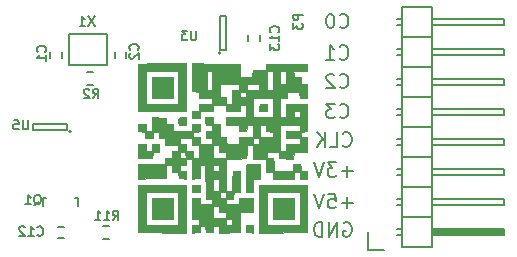
<source format=gbr>
G04 #@! TF.FileFunction,Legend,Bot*
%FSLAX46Y46*%
G04 Gerber Fmt 4.6, Leading zero omitted, Abs format (unit mm)*
G04 Created by KiCad (PCBNEW 4.0.1-stable) date 25/01/2016 20:42:59*
%MOMM*%
G01*
G04 APERTURE LIST*
%ADD10C,0.150000*%
%ADD11C,0.200000*%
%ADD12C,0.010000*%
G04 APERTURE END LIST*
D10*
D11*
X182571999Y-86661571D02*
X182629142Y-86718714D01*
X182800571Y-86775857D01*
X182914857Y-86775857D01*
X183086285Y-86718714D01*
X183200571Y-86604429D01*
X183257714Y-86490143D01*
X183314857Y-86261571D01*
X183314857Y-86090143D01*
X183257714Y-85861571D01*
X183200571Y-85747286D01*
X183086285Y-85633000D01*
X182914857Y-85575857D01*
X182800571Y-85575857D01*
X182629142Y-85633000D01*
X182571999Y-85690143D01*
X181829142Y-85575857D02*
X181714857Y-85575857D01*
X181600571Y-85633000D01*
X181543428Y-85690143D01*
X181486285Y-85804429D01*
X181429142Y-86033000D01*
X181429142Y-86318714D01*
X181486285Y-86547286D01*
X181543428Y-86661571D01*
X181600571Y-86718714D01*
X181714857Y-86775857D01*
X181829142Y-86775857D01*
X181943428Y-86718714D01*
X182000571Y-86661571D01*
X182057714Y-86547286D01*
X182114857Y-86318714D01*
X182114857Y-86033000D01*
X182057714Y-85804429D01*
X182000571Y-85690143D01*
X181943428Y-85633000D01*
X181829142Y-85575857D01*
X182571999Y-89328571D02*
X182629142Y-89385714D01*
X182800571Y-89442857D01*
X182914857Y-89442857D01*
X183086285Y-89385714D01*
X183200571Y-89271429D01*
X183257714Y-89157143D01*
X183314857Y-88928571D01*
X183314857Y-88757143D01*
X183257714Y-88528571D01*
X183200571Y-88414286D01*
X183086285Y-88300000D01*
X182914857Y-88242857D01*
X182800571Y-88242857D01*
X182629142Y-88300000D01*
X182571999Y-88357143D01*
X181429142Y-89442857D02*
X182114857Y-89442857D01*
X181771999Y-89442857D02*
X181771999Y-88242857D01*
X181886285Y-88414286D01*
X182000571Y-88528571D01*
X182114857Y-88585714D01*
X182571999Y-91741571D02*
X182629142Y-91798714D01*
X182800571Y-91855857D01*
X182914857Y-91855857D01*
X183086285Y-91798714D01*
X183200571Y-91684429D01*
X183257714Y-91570143D01*
X183314857Y-91341571D01*
X183314857Y-91170143D01*
X183257714Y-90941571D01*
X183200571Y-90827286D01*
X183086285Y-90713000D01*
X182914857Y-90655857D01*
X182800571Y-90655857D01*
X182629142Y-90713000D01*
X182571999Y-90770143D01*
X182114857Y-90770143D02*
X182057714Y-90713000D01*
X181943428Y-90655857D01*
X181657714Y-90655857D01*
X181543428Y-90713000D01*
X181486285Y-90770143D01*
X181429142Y-90884429D01*
X181429142Y-90998714D01*
X181486285Y-91170143D01*
X182171999Y-91855857D01*
X181429142Y-91855857D01*
X182571999Y-94281571D02*
X182629142Y-94338714D01*
X182800571Y-94395857D01*
X182914857Y-94395857D01*
X183086285Y-94338714D01*
X183200571Y-94224429D01*
X183257714Y-94110143D01*
X183314857Y-93881571D01*
X183314857Y-93710143D01*
X183257714Y-93481571D01*
X183200571Y-93367286D01*
X183086285Y-93253000D01*
X182914857Y-93195857D01*
X182800571Y-93195857D01*
X182629142Y-93253000D01*
X182571999Y-93310143D01*
X182171999Y-93195857D02*
X181429142Y-93195857D01*
X181829142Y-93653000D01*
X181657714Y-93653000D01*
X181543428Y-93710143D01*
X181486285Y-93767286D01*
X181429142Y-93881571D01*
X181429142Y-94167286D01*
X181486285Y-94281571D01*
X181543428Y-94338714D01*
X181657714Y-94395857D01*
X182000571Y-94395857D01*
X182114857Y-94338714D01*
X182171999Y-94281571D01*
X182832285Y-96694571D02*
X182889428Y-96751714D01*
X183060857Y-96808857D01*
X183175143Y-96808857D01*
X183346571Y-96751714D01*
X183460857Y-96637429D01*
X183518000Y-96523143D01*
X183575143Y-96294571D01*
X183575143Y-96123143D01*
X183518000Y-95894571D01*
X183460857Y-95780286D01*
X183346571Y-95666000D01*
X183175143Y-95608857D01*
X183060857Y-95608857D01*
X182889428Y-95666000D01*
X182832285Y-95723143D01*
X181746571Y-96808857D02*
X182318000Y-96808857D01*
X182318000Y-95608857D01*
X181346571Y-96808857D02*
X181346571Y-95608857D01*
X180660856Y-96808857D02*
X181175142Y-96123143D01*
X180660856Y-95608857D02*
X181346571Y-96294571D01*
X183660857Y-98891714D02*
X182746571Y-98891714D01*
X183203714Y-99348857D02*
X183203714Y-98434571D01*
X182289428Y-98148857D02*
X181546571Y-98148857D01*
X181946571Y-98606000D01*
X181775143Y-98606000D01*
X181660857Y-98663143D01*
X181603714Y-98720286D01*
X181546571Y-98834571D01*
X181546571Y-99120286D01*
X181603714Y-99234571D01*
X181660857Y-99291714D01*
X181775143Y-99348857D01*
X182118000Y-99348857D01*
X182232286Y-99291714D01*
X182289428Y-99234571D01*
X181203714Y-98148857D02*
X180803714Y-99348857D01*
X180403714Y-98148857D01*
X183660857Y-101558714D02*
X182746571Y-101558714D01*
X183203714Y-102015857D02*
X183203714Y-101101571D01*
X181603714Y-100815857D02*
X182175143Y-100815857D01*
X182232286Y-101387286D01*
X182175143Y-101330143D01*
X182060857Y-101273000D01*
X181775143Y-101273000D01*
X181660857Y-101330143D01*
X181603714Y-101387286D01*
X181546571Y-101501571D01*
X181546571Y-101787286D01*
X181603714Y-101901571D01*
X181660857Y-101958714D01*
X181775143Y-102015857D01*
X182060857Y-102015857D01*
X182175143Y-101958714D01*
X182232286Y-101901571D01*
X181203714Y-100815857D02*
X180803714Y-102015857D01*
X180403714Y-100815857D01*
X182905285Y-103286000D02*
X183019571Y-103228857D01*
X183191000Y-103228857D01*
X183362428Y-103286000D01*
X183476714Y-103400286D01*
X183533857Y-103514571D01*
X183591000Y-103743143D01*
X183591000Y-103914571D01*
X183533857Y-104143143D01*
X183476714Y-104257429D01*
X183362428Y-104371714D01*
X183191000Y-104428857D01*
X183076714Y-104428857D01*
X182905285Y-104371714D01*
X182848142Y-104314571D01*
X182848142Y-103914571D01*
X183076714Y-103914571D01*
X182333857Y-104428857D02*
X182333857Y-103228857D01*
X181648142Y-104428857D01*
X181648142Y-103228857D01*
X181076714Y-104428857D02*
X181076714Y-103228857D01*
X180790999Y-103228857D01*
X180619571Y-103286000D01*
X180505285Y-103400286D01*
X180448142Y-103514571D01*
X180390999Y-103743143D01*
X180390999Y-103914571D01*
X180448142Y-104143143D01*
X180505285Y-104257429D01*
X180619571Y-104371714D01*
X180790999Y-104428857D01*
X181076714Y-104428857D01*
D10*
X159034500Y-88777000D02*
X159034500Y-89277000D01*
X158084500Y-89277000D02*
X158084500Y-88777000D01*
X164495500Y-88777000D02*
X164495500Y-89277000D01*
X163545500Y-89277000D02*
X163545500Y-88777000D01*
X158690500Y-103601500D02*
X159190500Y-103601500D01*
X159190500Y-104551500D02*
X158690500Y-104551500D01*
X157641340Y-101140260D02*
X157689600Y-101140260D01*
X160440320Y-101841300D02*
X160440320Y-101140260D01*
X160440320Y-101140260D02*
X160191400Y-101140260D01*
X157641340Y-101140260D02*
X157440680Y-101140260D01*
X157440680Y-101140260D02*
X157440680Y-101841300D01*
X161667000Y-91584000D02*
X161167000Y-91584000D01*
X161167000Y-90534000D02*
X161667000Y-90534000D01*
X163000500Y-104601500D02*
X162500500Y-104601500D01*
X162500500Y-103551500D02*
X163000500Y-103551500D01*
X175785800Y-87354600D02*
X175785800Y-87854600D01*
X174835800Y-87854600D02*
X174835800Y-87354600D01*
X185009000Y-105563000D02*
X185009000Y-104013000D01*
X186309000Y-105563000D02*
X185009000Y-105563000D01*
X190500000Y-104140000D02*
X196342000Y-104140000D01*
X196342000Y-104140000D02*
X196342000Y-103886000D01*
X196342000Y-103886000D02*
X190500000Y-103886000D01*
X190500000Y-103886000D02*
X190500000Y-104013000D01*
X190500000Y-104013000D02*
X196342000Y-104013000D01*
X187833000Y-86487000D02*
X187452000Y-86487000D01*
X187833000Y-85979000D02*
X187452000Y-85979000D01*
X187833000Y-104267000D02*
X187452000Y-104267000D01*
X187833000Y-103759000D02*
X187452000Y-103759000D01*
X187833000Y-101727000D02*
X187452000Y-101727000D01*
X187833000Y-101219000D02*
X187452000Y-101219000D01*
X187833000Y-99187000D02*
X187452000Y-99187000D01*
X187833000Y-98679000D02*
X187452000Y-98679000D01*
X187833000Y-88519000D02*
X187452000Y-88519000D01*
X187833000Y-89027000D02*
X187452000Y-89027000D01*
X187833000Y-91059000D02*
X187452000Y-91059000D01*
X187833000Y-91567000D02*
X187452000Y-91567000D01*
X187833000Y-93599000D02*
X187452000Y-93599000D01*
X187833000Y-94107000D02*
X187452000Y-94107000D01*
X187833000Y-96139000D02*
X187452000Y-96139000D01*
X187833000Y-96647000D02*
X187452000Y-96647000D01*
X187833000Y-90043000D02*
X190373000Y-90043000D01*
X187833000Y-90043000D02*
X187833000Y-87503000D01*
X187833000Y-87503000D02*
X190373000Y-87503000D01*
X190373000Y-89027000D02*
X196469000Y-89027000D01*
X196469000Y-89027000D02*
X196469000Y-88519000D01*
X196469000Y-88519000D02*
X190373000Y-88519000D01*
X190373000Y-87503000D02*
X190373000Y-90043000D01*
X190373000Y-84963000D02*
X190373000Y-87503000D01*
X196469000Y-85979000D02*
X190373000Y-85979000D01*
X196469000Y-86487000D02*
X196469000Y-85979000D01*
X190373000Y-86487000D02*
X196469000Y-86487000D01*
X187833000Y-87503000D02*
X187833000Y-84963000D01*
X187833000Y-87503000D02*
X190373000Y-87503000D01*
X187833000Y-84963000D02*
X190373000Y-84963000D01*
X187833000Y-105283000D02*
X190373000Y-105283000D01*
X187833000Y-102743000D02*
X190373000Y-102743000D01*
X187833000Y-102743000D02*
X187833000Y-100203000D01*
X187833000Y-100203000D02*
X190373000Y-100203000D01*
X190373000Y-101727000D02*
X196469000Y-101727000D01*
X196469000Y-101727000D02*
X196469000Y-101219000D01*
X196469000Y-101219000D02*
X190373000Y-101219000D01*
X190373000Y-100203000D02*
X190373000Y-102743000D01*
X190373000Y-102743000D02*
X190373000Y-105283000D01*
X196469000Y-103759000D02*
X190373000Y-103759000D01*
X196469000Y-104267000D02*
X196469000Y-103759000D01*
X190373000Y-104267000D02*
X196469000Y-104267000D01*
X187833000Y-102743000D02*
X190373000Y-102743000D01*
X187833000Y-105283000D02*
X187833000Y-102743000D01*
X187833000Y-95123000D02*
X190373000Y-95123000D01*
X187833000Y-95123000D02*
X187833000Y-92583000D01*
X187833000Y-92583000D02*
X190373000Y-92583000D01*
X190373000Y-94107000D02*
X196469000Y-94107000D01*
X196469000Y-94107000D02*
X196469000Y-93599000D01*
X196469000Y-93599000D02*
X190373000Y-93599000D01*
X190373000Y-92583000D02*
X190373000Y-95123000D01*
X190373000Y-90043000D02*
X190373000Y-92583000D01*
X196469000Y-91059000D02*
X190373000Y-91059000D01*
X196469000Y-91567000D02*
X196469000Y-91059000D01*
X190373000Y-91567000D02*
X196469000Y-91567000D01*
X187833000Y-90043000D02*
X190373000Y-90043000D01*
X187833000Y-92583000D02*
X187833000Y-90043000D01*
X187833000Y-92583000D02*
X190373000Y-92583000D01*
X187833000Y-97663000D02*
X190373000Y-97663000D01*
X187833000Y-97663000D02*
X187833000Y-95123000D01*
X187833000Y-95123000D02*
X190373000Y-95123000D01*
X190373000Y-96647000D02*
X196469000Y-96647000D01*
X196469000Y-96647000D02*
X196469000Y-96139000D01*
X196469000Y-96139000D02*
X190373000Y-96139000D01*
X190373000Y-95123000D02*
X190373000Y-97663000D01*
X190373000Y-97663000D02*
X190373000Y-100203000D01*
X196469000Y-98679000D02*
X190373000Y-98679000D01*
X196469000Y-99187000D02*
X196469000Y-98679000D01*
X190373000Y-99187000D02*
X196469000Y-99187000D01*
X187833000Y-97663000D02*
X190373000Y-97663000D01*
X187833000Y-100203000D02*
X187833000Y-97663000D01*
X187833000Y-100203000D02*
X190373000Y-100203000D01*
X172520000Y-88885500D02*
G75*
G03X172520000Y-88885500I-100000J0D01*
G01*
X172970000Y-88635500D02*
X172470000Y-88635500D01*
X172970000Y-85735500D02*
X172970000Y-88635500D01*
X172470000Y-85735500D02*
X172970000Y-85735500D01*
X172470000Y-88635500D02*
X172470000Y-85735500D01*
X159851500Y-95523000D02*
G75*
G03X159851500Y-95523000I-100000J0D01*
G01*
X159501500Y-94873000D02*
X159501500Y-95373000D01*
X156601500Y-94873000D02*
X159501500Y-94873000D01*
X156601500Y-95373000D02*
X156601500Y-94873000D01*
X159501500Y-95373000D02*
X156601500Y-95373000D01*
X159690000Y-89882500D02*
X162890000Y-89882500D01*
X162890000Y-89882500D02*
X162890000Y-87282500D01*
X162890000Y-87282500D02*
X159690000Y-87282500D01*
X159690000Y-87282500D02*
X159690000Y-89882500D01*
D12*
G36*
X169570400Y-89763600D02*
X167572266Y-89763600D01*
X167131289Y-89764434D01*
X166722336Y-89766811D01*
X166356500Y-89770547D01*
X166044869Y-89775457D01*
X165798536Y-89781356D01*
X165628590Y-89788060D01*
X165546121Y-89795383D01*
X165540266Y-89797467D01*
X165532806Y-89854101D01*
X165525915Y-90001244D01*
X165519778Y-90227805D01*
X165514579Y-90522693D01*
X165510504Y-90874819D01*
X165507737Y-91273090D01*
X165506463Y-91706418D01*
X165506400Y-91829467D01*
X165506400Y-93167200D01*
X166166800Y-93167200D01*
X166166800Y-90424000D01*
X168910000Y-90424000D01*
X168910000Y-93167200D01*
X166166800Y-93167200D01*
X165506400Y-93167200D01*
X165506400Y-93827600D01*
X169570400Y-93827600D01*
X169570400Y-89763600D01*
X169570400Y-89763600D01*
G37*
X169570400Y-89763600D02*
X167572266Y-89763600D01*
X167131289Y-89764434D01*
X166722336Y-89766811D01*
X166356500Y-89770547D01*
X166044869Y-89775457D01*
X165798536Y-89781356D01*
X165628590Y-89788060D01*
X165546121Y-89795383D01*
X165540266Y-89797467D01*
X165532806Y-89854101D01*
X165525915Y-90001244D01*
X165519778Y-90227805D01*
X165514579Y-90522693D01*
X165510504Y-90874819D01*
X165507737Y-91273090D01*
X165506463Y-91706418D01*
X165506400Y-91829467D01*
X165506400Y-93167200D01*
X166166800Y-93167200D01*
X166166800Y-90424000D01*
X168910000Y-90424000D01*
X168910000Y-93167200D01*
X166166800Y-93167200D01*
X165506400Y-93167200D01*
X165506400Y-93827600D01*
X169570400Y-93827600D01*
X169570400Y-89763600D01*
G36*
X170395900Y-104078925D02*
X170713400Y-104063800D01*
X170728754Y-103797100D01*
X170744109Y-103530400D01*
X171190690Y-103530400D01*
X171221400Y-104063800D01*
X171831000Y-104063800D01*
X171846354Y-103797100D01*
X171861709Y-103530400D01*
X172364400Y-103530400D01*
X172364400Y-104091600D01*
X174117000Y-104063800D01*
X174144856Y-102362000D01*
X175260000Y-102362000D01*
X175260000Y-101139576D01*
X174066200Y-101168200D01*
X174035490Y-101701600D01*
X172974000Y-101701600D01*
X172974000Y-101249471D01*
X173266100Y-101234236D01*
X173558200Y-101219000D01*
X173573465Y-100954866D01*
X173588731Y-100690732D01*
X173852865Y-100675466D01*
X174117000Y-100660200D01*
X174117000Y-98882200D01*
X173507400Y-98882200D01*
X173493471Y-99733100D01*
X173479543Y-100584000D01*
X172974000Y-100584000D01*
X172974000Y-97843257D01*
X173824900Y-97829329D01*
X174675800Y-97815400D01*
X174690163Y-97243900D01*
X174704527Y-96672400D01*
X175209200Y-96672400D01*
X175209200Y-97180400D01*
X177546000Y-97180400D01*
X177546000Y-94996000D01*
X179171600Y-94996000D01*
X179171600Y-95453200D01*
X178054000Y-95453200D01*
X178054000Y-96113600D01*
X179171600Y-96113600D01*
X179171600Y-96621600D01*
X178054000Y-96621600D01*
X178054000Y-97180400D01*
X177546000Y-97180400D01*
X175209200Y-97180400D01*
X175209200Y-97840800D01*
X176326800Y-97840800D01*
X176326800Y-98958400D01*
X176885600Y-98958400D01*
X176885600Y-99517200D01*
X178663600Y-99517200D01*
X178663600Y-98958400D01*
X179171600Y-98958400D01*
X179171600Y-99517200D01*
X179504224Y-99517201D01*
X179836848Y-99517201D01*
X179821724Y-99199701D01*
X179806600Y-98882200D01*
X179542465Y-98866935D01*
X179278331Y-98851669D01*
X179263065Y-98587535D01*
X179247800Y-98323400D01*
X178612800Y-98293152D01*
X178612800Y-98856800D01*
X176990637Y-98856800D01*
X176976218Y-98310700D01*
X176961800Y-97764600D01*
X176695100Y-97749246D01*
X176428400Y-97733891D01*
X176428400Y-97231200D01*
X177439329Y-97231200D01*
X177454564Y-97523300D01*
X177469800Y-97815400D01*
X178658434Y-97843980D01*
X178689000Y-97256600D01*
X179262097Y-97242222D01*
X179835195Y-97227843D01*
X179820897Y-96632622D01*
X179806600Y-96037400D01*
X179539900Y-96022046D01*
X179273200Y-96006691D01*
X179273200Y-95560110D01*
X179806600Y-95529400D01*
X179806600Y-93192600D01*
X178930300Y-93178701D01*
X178054000Y-93164801D01*
X178054000Y-94335600D01*
X178663600Y-94335600D01*
X178663600Y-93827600D01*
X179171600Y-93827600D01*
X179171600Y-94335600D01*
X178663600Y-94335600D01*
X178054000Y-94335600D01*
X177546000Y-94335600D01*
X177546000Y-92710000D01*
X178104800Y-92710000D01*
X178104800Y-92151200D01*
X179166290Y-92151200D01*
X179197000Y-92684600D01*
X179806600Y-92684600D01*
X179835224Y-91490800D01*
X179273200Y-91490800D01*
X179273200Y-90937071D01*
X178981100Y-90921836D01*
X178689000Y-90906600D01*
X178673585Y-90666990D01*
X178658171Y-90427379D01*
X179232385Y-90412990D01*
X179806600Y-90398600D01*
X179806600Y-89789000D01*
X176352200Y-89789000D01*
X176321490Y-90322400D01*
X175214270Y-90322400D01*
X175183800Y-90906600D01*
X174145760Y-90935518D01*
X174117000Y-89789000D01*
X172096762Y-89775717D01*
X170076524Y-89762433D01*
X170090162Y-90944117D01*
X170102920Y-92049600D01*
X171297600Y-92049600D01*
X171297600Y-90424000D01*
X171754800Y-90424000D01*
X171754800Y-92049600D01*
X171297600Y-92049600D01*
X170102920Y-92049600D01*
X170103800Y-92125800D01*
X170632068Y-92156332D01*
X170658195Y-92608400D01*
X172415200Y-92608400D01*
X172415200Y-91541600D01*
X174040800Y-91541600D01*
X174040800Y-92049600D01*
X174701200Y-92049600D01*
X174701200Y-91541600D01*
X175768000Y-91541600D01*
X175768000Y-92049600D01*
X176428400Y-92049600D01*
X176428400Y-90424000D01*
X176885600Y-90424000D01*
X176885600Y-91490800D01*
X177546000Y-91490800D01*
X177546000Y-90424000D01*
X178054000Y-90424000D01*
X178054000Y-91490800D01*
X177546000Y-91490800D01*
X176885600Y-91490800D01*
X176885600Y-92049600D01*
X176428400Y-92049600D01*
X175768000Y-92049600D01*
X174701200Y-92049600D01*
X174040800Y-92049600D01*
X173482000Y-92049600D01*
X173482000Y-92608400D01*
X174142400Y-92608400D01*
X174142400Y-92151200D01*
X174599600Y-92151200D01*
X174599600Y-92608400D01*
X174142400Y-92608400D01*
X173482000Y-92608400D01*
X173482000Y-93167200D01*
X172974000Y-93167200D01*
X172974000Y-92608400D01*
X172415200Y-92608400D01*
X170658195Y-92608400D01*
X170662600Y-92684600D01*
X171754800Y-92713438D01*
X171754800Y-93163763D01*
X171208700Y-93178182D01*
X170662600Y-93192600D01*
X170647364Y-93484700D01*
X170632129Y-93776800D01*
X170078400Y-93776800D01*
X170078400Y-94386400D01*
X170738800Y-94386400D01*
X170738800Y-93827600D01*
X171856400Y-93827600D01*
X171856400Y-93268800D01*
X172923200Y-93268800D01*
X172923200Y-93827600D01*
X174142400Y-93827600D01*
X174142400Y-93268800D01*
X174599600Y-93268800D01*
X174599600Y-94335600D01*
X175260000Y-94335600D01*
X175260000Y-92710000D01*
X176885600Y-92710000D01*
X176885600Y-94335600D01*
X175260000Y-94335600D01*
X174599600Y-94335600D01*
X172918351Y-94335600D01*
X172933475Y-94653100D01*
X172948600Y-94970600D01*
X173492103Y-94984993D01*
X174035607Y-94999385D01*
X174050903Y-95264393D01*
X174066200Y-95529400D01*
X174675800Y-95529400D01*
X174691154Y-95262700D01*
X174706509Y-94996000D01*
X175209200Y-94996000D01*
X175209200Y-96008673D01*
X175076829Y-96012000D01*
X175818800Y-96012000D01*
X175818800Y-94996000D01*
X176321490Y-94996000D01*
X176352200Y-95529400D01*
X176885600Y-95560110D01*
X176885600Y-96012000D01*
X175818800Y-96012000D01*
X175076829Y-96012000D01*
X174637700Y-96023037D01*
X174066200Y-96037400D01*
X174050912Y-96331249D01*
X174035807Y-96621600D01*
X175260000Y-96621600D01*
X175260000Y-96113600D01*
X175768000Y-96113600D01*
X175768000Y-96621600D01*
X175260000Y-96621600D01*
X174035807Y-96621600D01*
X174035625Y-96625098D01*
X173517512Y-96610649D01*
X172999400Y-96596200D01*
X172984164Y-96304100D01*
X172968929Y-96012000D01*
X172415200Y-96012000D01*
X172415200Y-94894400D01*
X171856400Y-94894400D01*
X171856400Y-94335600D01*
X171191151Y-94335600D01*
X171206275Y-94653100D01*
X171221400Y-94970600D01*
X171754800Y-95001310D01*
X171754800Y-95447891D01*
X171488100Y-95463246D01*
X171221400Y-95478600D01*
X171221400Y-96088200D01*
X171754800Y-96118910D01*
X171754800Y-96621600D01*
X171249335Y-96621600D01*
X170743870Y-96621601D01*
X170728635Y-96329500D01*
X170713400Y-96037400D01*
X170129200Y-96006930D01*
X170129200Y-95559871D01*
X170421300Y-95544636D01*
X170713400Y-95529400D01*
X170713400Y-94919800D01*
X170078400Y-94889552D01*
X170078400Y-95453200D01*
X168458109Y-95453200D01*
X168442754Y-95186500D01*
X168427400Y-94919800D01*
X168163265Y-94904535D01*
X167899131Y-94889269D01*
X167883865Y-94625135D01*
X167868600Y-94361000D01*
X166674800Y-94332376D01*
X166674800Y-95453200D01*
X166166800Y-95453200D01*
X166166799Y-95171376D01*
X166166799Y-94889552D01*
X165849299Y-94904676D01*
X165531800Y-94919800D01*
X165531800Y-95529400D01*
X166060068Y-95559932D01*
X166090600Y-96088200D01*
X166408099Y-96103325D01*
X166725599Y-96118449D01*
X166725599Y-95836625D01*
X166725600Y-95554800D01*
X167233600Y-95554800D01*
X167233600Y-96113600D01*
X167792400Y-96113600D01*
X167792400Y-96621600D01*
X169011600Y-96621600D01*
X169011600Y-96113600D01*
X170078400Y-96113600D01*
X170078400Y-96672400D01*
X170637200Y-96672400D01*
X170637200Y-97739200D01*
X171856400Y-97739200D01*
X171856400Y-96672400D01*
X172364400Y-96672400D01*
X172364400Y-97231200D01*
X172923200Y-97231200D01*
X172923200Y-97739200D01*
X171856400Y-97739200D01*
X170637200Y-97739200D01*
X170129200Y-97739200D01*
X170129200Y-97180400D01*
X169570400Y-97180400D01*
X169570400Y-96621600D01*
X169011600Y-96621600D01*
X167792400Y-96621600D01*
X167792400Y-96672400D01*
X168910000Y-96672400D01*
X168910000Y-97180400D01*
X168351200Y-97180400D01*
X168351200Y-97739200D01*
X169011600Y-97739200D01*
X169011600Y-97225634D01*
X169494200Y-97256600D01*
X169525166Y-97739200D01*
X169011600Y-97739200D01*
X168351200Y-97739200D01*
X167792400Y-97739200D01*
X167792400Y-98017629D01*
X167792399Y-98296057D01*
X166662099Y-98309729D01*
X165531800Y-98323400D01*
X165517479Y-98921241D01*
X165503159Y-99519081D01*
X166685879Y-99505441D01*
X167868600Y-99491800D01*
X167883018Y-98945700D01*
X167897437Y-98399600D01*
X168345890Y-98399600D01*
X168376600Y-98933000D01*
X168904868Y-98963532D01*
X168935400Y-99491800D01*
X169255388Y-99506989D01*
X169575377Y-99522178D01*
X169560188Y-99202189D01*
X169545000Y-98882200D01*
X169278300Y-98866846D01*
X169011600Y-98851491D01*
X169011600Y-98399600D01*
X169570400Y-98399600D01*
X169570400Y-97840800D01*
X170078400Y-97840800D01*
X170078400Y-99522049D01*
X170395900Y-99506925D01*
X170713400Y-99491800D01*
X170727818Y-98945700D01*
X170742237Y-98399600D01*
X171194392Y-98399600D01*
X171198771Y-98856800D01*
X171856400Y-98856800D01*
X171856400Y-98399600D01*
X172364400Y-98399600D01*
X172364400Y-98856800D01*
X171856400Y-98856800D01*
X171198771Y-98856800D01*
X171215316Y-100584000D01*
X171856400Y-100584000D01*
X171856400Y-99517200D01*
X172364400Y-99517200D01*
X172364400Y-100584000D01*
X171856400Y-100584000D01*
X171215316Y-100584000D01*
X171220669Y-101142800D01*
X172415200Y-101142800D01*
X172415200Y-100685600D01*
X172923200Y-100685600D01*
X172923200Y-101142800D01*
X172415200Y-101142800D01*
X171220669Y-101142800D01*
X171221400Y-101219000D01*
X171754800Y-101249710D01*
X171754800Y-101701600D01*
X170744109Y-101701600D01*
X170728754Y-101434900D01*
X170713400Y-101168200D01*
X170078400Y-101137952D01*
X170078400Y-102870000D01*
X171856400Y-102870000D01*
X171856400Y-101803200D01*
X172364400Y-101803200D01*
X172364400Y-102362000D01*
X172923200Y-102362000D01*
X172923200Y-102870000D01*
X171856400Y-102870000D01*
X170078400Y-102870000D01*
X170078400Y-102920800D01*
X170637200Y-102920800D01*
X170637200Y-103428800D01*
X172974000Y-103428800D01*
X172974000Y-103208667D01*
X172981205Y-103066115D01*
X172999293Y-102970431D01*
X173007866Y-102954667D01*
X173075523Y-102933845D01*
X173205035Y-102921907D01*
X173261866Y-102920800D01*
X173482000Y-102920800D01*
X173482000Y-103428800D01*
X172974000Y-103428800D01*
X170637200Y-103428800D01*
X170078400Y-103428800D01*
X170078400Y-104094049D01*
X170395900Y-104078925D01*
X170395900Y-104078925D01*
G37*
X170395900Y-104078925D02*
X170713400Y-104063800D01*
X170728754Y-103797100D01*
X170744109Y-103530400D01*
X171190690Y-103530400D01*
X171221400Y-104063800D01*
X171831000Y-104063800D01*
X171846354Y-103797100D01*
X171861709Y-103530400D01*
X172364400Y-103530400D01*
X172364400Y-104091600D01*
X174117000Y-104063800D01*
X174144856Y-102362000D01*
X175260000Y-102362000D01*
X175260000Y-101139576D01*
X174066200Y-101168200D01*
X174035490Y-101701600D01*
X172974000Y-101701600D01*
X172974000Y-101249471D01*
X173266100Y-101234236D01*
X173558200Y-101219000D01*
X173573465Y-100954866D01*
X173588731Y-100690732D01*
X173852865Y-100675466D01*
X174117000Y-100660200D01*
X174117000Y-98882200D01*
X173507400Y-98882200D01*
X173493471Y-99733100D01*
X173479543Y-100584000D01*
X172974000Y-100584000D01*
X172974000Y-97843257D01*
X173824900Y-97829329D01*
X174675800Y-97815400D01*
X174690163Y-97243900D01*
X174704527Y-96672400D01*
X175209200Y-96672400D01*
X175209200Y-97180400D01*
X177546000Y-97180400D01*
X177546000Y-94996000D01*
X179171600Y-94996000D01*
X179171600Y-95453200D01*
X178054000Y-95453200D01*
X178054000Y-96113600D01*
X179171600Y-96113600D01*
X179171600Y-96621600D01*
X178054000Y-96621600D01*
X178054000Y-97180400D01*
X177546000Y-97180400D01*
X175209200Y-97180400D01*
X175209200Y-97840800D01*
X176326800Y-97840800D01*
X176326800Y-98958400D01*
X176885600Y-98958400D01*
X176885600Y-99517200D01*
X178663600Y-99517200D01*
X178663600Y-98958400D01*
X179171600Y-98958400D01*
X179171600Y-99517200D01*
X179504224Y-99517201D01*
X179836848Y-99517201D01*
X179821724Y-99199701D01*
X179806600Y-98882200D01*
X179542465Y-98866935D01*
X179278331Y-98851669D01*
X179263065Y-98587535D01*
X179247800Y-98323400D01*
X178612800Y-98293152D01*
X178612800Y-98856800D01*
X176990637Y-98856800D01*
X176976218Y-98310700D01*
X176961800Y-97764600D01*
X176695100Y-97749246D01*
X176428400Y-97733891D01*
X176428400Y-97231200D01*
X177439329Y-97231200D01*
X177454564Y-97523300D01*
X177469800Y-97815400D01*
X178658434Y-97843980D01*
X178689000Y-97256600D01*
X179262097Y-97242222D01*
X179835195Y-97227843D01*
X179820897Y-96632622D01*
X179806600Y-96037400D01*
X179539900Y-96022046D01*
X179273200Y-96006691D01*
X179273200Y-95560110D01*
X179806600Y-95529400D01*
X179806600Y-93192600D01*
X178930300Y-93178701D01*
X178054000Y-93164801D01*
X178054000Y-94335600D01*
X178663600Y-94335600D01*
X178663600Y-93827600D01*
X179171600Y-93827600D01*
X179171600Y-94335600D01*
X178663600Y-94335600D01*
X178054000Y-94335600D01*
X177546000Y-94335600D01*
X177546000Y-92710000D01*
X178104800Y-92710000D01*
X178104800Y-92151200D01*
X179166290Y-92151200D01*
X179197000Y-92684600D01*
X179806600Y-92684600D01*
X179835224Y-91490800D01*
X179273200Y-91490800D01*
X179273200Y-90937071D01*
X178981100Y-90921836D01*
X178689000Y-90906600D01*
X178673585Y-90666990D01*
X178658171Y-90427379D01*
X179232385Y-90412990D01*
X179806600Y-90398600D01*
X179806600Y-89789000D01*
X176352200Y-89789000D01*
X176321490Y-90322400D01*
X175214270Y-90322400D01*
X175183800Y-90906600D01*
X174145760Y-90935518D01*
X174117000Y-89789000D01*
X172096762Y-89775717D01*
X170076524Y-89762433D01*
X170090162Y-90944117D01*
X170102920Y-92049600D01*
X171297600Y-92049600D01*
X171297600Y-90424000D01*
X171754800Y-90424000D01*
X171754800Y-92049600D01*
X171297600Y-92049600D01*
X170102920Y-92049600D01*
X170103800Y-92125800D01*
X170632068Y-92156332D01*
X170658195Y-92608400D01*
X172415200Y-92608400D01*
X172415200Y-91541600D01*
X174040800Y-91541600D01*
X174040800Y-92049600D01*
X174701200Y-92049600D01*
X174701200Y-91541600D01*
X175768000Y-91541600D01*
X175768000Y-92049600D01*
X176428400Y-92049600D01*
X176428400Y-90424000D01*
X176885600Y-90424000D01*
X176885600Y-91490800D01*
X177546000Y-91490800D01*
X177546000Y-90424000D01*
X178054000Y-90424000D01*
X178054000Y-91490800D01*
X177546000Y-91490800D01*
X176885600Y-91490800D01*
X176885600Y-92049600D01*
X176428400Y-92049600D01*
X175768000Y-92049600D01*
X174701200Y-92049600D01*
X174040800Y-92049600D01*
X173482000Y-92049600D01*
X173482000Y-92608400D01*
X174142400Y-92608400D01*
X174142400Y-92151200D01*
X174599600Y-92151200D01*
X174599600Y-92608400D01*
X174142400Y-92608400D01*
X173482000Y-92608400D01*
X173482000Y-93167200D01*
X172974000Y-93167200D01*
X172974000Y-92608400D01*
X172415200Y-92608400D01*
X170658195Y-92608400D01*
X170662600Y-92684600D01*
X171754800Y-92713438D01*
X171754800Y-93163763D01*
X171208700Y-93178182D01*
X170662600Y-93192600D01*
X170647364Y-93484700D01*
X170632129Y-93776800D01*
X170078400Y-93776800D01*
X170078400Y-94386400D01*
X170738800Y-94386400D01*
X170738800Y-93827600D01*
X171856400Y-93827600D01*
X171856400Y-93268800D01*
X172923200Y-93268800D01*
X172923200Y-93827600D01*
X174142400Y-93827600D01*
X174142400Y-93268800D01*
X174599600Y-93268800D01*
X174599600Y-94335600D01*
X175260000Y-94335600D01*
X175260000Y-92710000D01*
X176885600Y-92710000D01*
X176885600Y-94335600D01*
X175260000Y-94335600D01*
X174599600Y-94335600D01*
X172918351Y-94335600D01*
X172933475Y-94653100D01*
X172948600Y-94970600D01*
X173492103Y-94984993D01*
X174035607Y-94999385D01*
X174050903Y-95264393D01*
X174066200Y-95529400D01*
X174675800Y-95529400D01*
X174691154Y-95262700D01*
X174706509Y-94996000D01*
X175209200Y-94996000D01*
X175209200Y-96008673D01*
X175076829Y-96012000D01*
X175818800Y-96012000D01*
X175818800Y-94996000D01*
X176321490Y-94996000D01*
X176352200Y-95529400D01*
X176885600Y-95560110D01*
X176885600Y-96012000D01*
X175818800Y-96012000D01*
X175076829Y-96012000D01*
X174637700Y-96023037D01*
X174066200Y-96037400D01*
X174050912Y-96331249D01*
X174035807Y-96621600D01*
X175260000Y-96621600D01*
X175260000Y-96113600D01*
X175768000Y-96113600D01*
X175768000Y-96621600D01*
X175260000Y-96621600D01*
X174035807Y-96621600D01*
X174035625Y-96625098D01*
X173517512Y-96610649D01*
X172999400Y-96596200D01*
X172984164Y-96304100D01*
X172968929Y-96012000D01*
X172415200Y-96012000D01*
X172415200Y-94894400D01*
X171856400Y-94894400D01*
X171856400Y-94335600D01*
X171191151Y-94335600D01*
X171206275Y-94653100D01*
X171221400Y-94970600D01*
X171754800Y-95001310D01*
X171754800Y-95447891D01*
X171488100Y-95463246D01*
X171221400Y-95478600D01*
X171221400Y-96088200D01*
X171754800Y-96118910D01*
X171754800Y-96621600D01*
X171249335Y-96621600D01*
X170743870Y-96621601D01*
X170728635Y-96329500D01*
X170713400Y-96037400D01*
X170129200Y-96006930D01*
X170129200Y-95559871D01*
X170421300Y-95544636D01*
X170713400Y-95529400D01*
X170713400Y-94919800D01*
X170078400Y-94889552D01*
X170078400Y-95453200D01*
X168458109Y-95453200D01*
X168442754Y-95186500D01*
X168427400Y-94919800D01*
X168163265Y-94904535D01*
X167899131Y-94889269D01*
X167883865Y-94625135D01*
X167868600Y-94361000D01*
X166674800Y-94332376D01*
X166674800Y-95453200D01*
X166166800Y-95453200D01*
X166166799Y-95171376D01*
X166166799Y-94889552D01*
X165849299Y-94904676D01*
X165531800Y-94919800D01*
X165531800Y-95529400D01*
X166060068Y-95559932D01*
X166090600Y-96088200D01*
X166408099Y-96103325D01*
X166725599Y-96118449D01*
X166725599Y-95836625D01*
X166725600Y-95554800D01*
X167233600Y-95554800D01*
X167233600Y-96113600D01*
X167792400Y-96113600D01*
X167792400Y-96621600D01*
X169011600Y-96621600D01*
X169011600Y-96113600D01*
X170078400Y-96113600D01*
X170078400Y-96672400D01*
X170637200Y-96672400D01*
X170637200Y-97739200D01*
X171856400Y-97739200D01*
X171856400Y-96672400D01*
X172364400Y-96672400D01*
X172364400Y-97231200D01*
X172923200Y-97231200D01*
X172923200Y-97739200D01*
X171856400Y-97739200D01*
X170637200Y-97739200D01*
X170129200Y-97739200D01*
X170129200Y-97180400D01*
X169570400Y-97180400D01*
X169570400Y-96621600D01*
X169011600Y-96621600D01*
X167792400Y-96621600D01*
X167792400Y-96672400D01*
X168910000Y-96672400D01*
X168910000Y-97180400D01*
X168351200Y-97180400D01*
X168351200Y-97739200D01*
X169011600Y-97739200D01*
X169011600Y-97225634D01*
X169494200Y-97256600D01*
X169525166Y-97739200D01*
X169011600Y-97739200D01*
X168351200Y-97739200D01*
X167792400Y-97739200D01*
X167792400Y-98017629D01*
X167792399Y-98296057D01*
X166662099Y-98309729D01*
X165531800Y-98323400D01*
X165517479Y-98921241D01*
X165503159Y-99519081D01*
X166685879Y-99505441D01*
X167868600Y-99491800D01*
X167883018Y-98945700D01*
X167897437Y-98399600D01*
X168345890Y-98399600D01*
X168376600Y-98933000D01*
X168904868Y-98963532D01*
X168935400Y-99491800D01*
X169255388Y-99506989D01*
X169575377Y-99522178D01*
X169560188Y-99202189D01*
X169545000Y-98882200D01*
X169278300Y-98866846D01*
X169011600Y-98851491D01*
X169011600Y-98399600D01*
X169570400Y-98399600D01*
X169570400Y-97840800D01*
X170078400Y-97840800D01*
X170078400Y-99522049D01*
X170395900Y-99506925D01*
X170713400Y-99491800D01*
X170727818Y-98945700D01*
X170742237Y-98399600D01*
X171194392Y-98399600D01*
X171198771Y-98856800D01*
X171856400Y-98856800D01*
X171856400Y-98399600D01*
X172364400Y-98399600D01*
X172364400Y-98856800D01*
X171856400Y-98856800D01*
X171198771Y-98856800D01*
X171215316Y-100584000D01*
X171856400Y-100584000D01*
X171856400Y-99517200D01*
X172364400Y-99517200D01*
X172364400Y-100584000D01*
X171856400Y-100584000D01*
X171215316Y-100584000D01*
X171220669Y-101142800D01*
X172415200Y-101142800D01*
X172415200Y-100685600D01*
X172923200Y-100685600D01*
X172923200Y-101142800D01*
X172415200Y-101142800D01*
X171220669Y-101142800D01*
X171221400Y-101219000D01*
X171754800Y-101249710D01*
X171754800Y-101701600D01*
X170744109Y-101701600D01*
X170728754Y-101434900D01*
X170713400Y-101168200D01*
X170078400Y-101137952D01*
X170078400Y-102870000D01*
X171856400Y-102870000D01*
X171856400Y-101803200D01*
X172364400Y-101803200D01*
X172364400Y-102362000D01*
X172923200Y-102362000D01*
X172923200Y-102870000D01*
X171856400Y-102870000D01*
X170078400Y-102870000D01*
X170078400Y-102920800D01*
X170637200Y-102920800D01*
X170637200Y-103428800D01*
X172974000Y-103428800D01*
X172974000Y-103208667D01*
X172981205Y-103066115D01*
X172999293Y-102970431D01*
X173007866Y-102954667D01*
X173075523Y-102933845D01*
X173205035Y-102921907D01*
X173261866Y-102920800D01*
X173482000Y-102920800D01*
X173482000Y-103428800D01*
X172974000Y-103428800D01*
X170637200Y-103428800D01*
X170078400Y-103428800D01*
X170078400Y-104094049D01*
X170395900Y-104078925D01*
G36*
X169575248Y-94335600D02*
X169266429Y-94335600D01*
X169067534Y-94345247D01*
X168958121Y-94375633D01*
X168930767Y-94405555D01*
X168917951Y-94495307D01*
X168916113Y-94642948D01*
X168919661Y-94723055D01*
X168935400Y-94970600D01*
X169545000Y-94970600D01*
X169575248Y-94335600D01*
X169575248Y-94335600D01*
G37*
X169575248Y-94335600D02*
X169266429Y-94335600D01*
X169067534Y-94345247D01*
X168958121Y-94375633D01*
X168930767Y-94405555D01*
X168917951Y-94495307D01*
X168916113Y-94642948D01*
X168919661Y-94723055D01*
X168935400Y-94970600D01*
X169545000Y-94970600D01*
X169575248Y-94335600D01*
G36*
X166730670Y-97231200D02*
X167284400Y-97231200D01*
X167284400Y-96621600D01*
X166674800Y-96621600D01*
X166674800Y-97180400D01*
X166166800Y-97180400D01*
X166166800Y-96621600D01*
X165503175Y-96621600D01*
X165517487Y-97218500D01*
X165531800Y-97815400D01*
X166700200Y-97815400D01*
X166730670Y-97231200D01*
X166730670Y-97231200D01*
G37*
X166730670Y-97231200D02*
X167284400Y-97231200D01*
X167284400Y-96621600D01*
X166674800Y-96621600D01*
X166674800Y-97180400D01*
X166166800Y-97180400D01*
X166166800Y-96621600D01*
X165503175Y-96621600D01*
X165517487Y-97218500D01*
X165531800Y-97815400D01*
X166700200Y-97815400D01*
X166730670Y-97231200D01*
G36*
X175248963Y-100088700D02*
X175263327Y-99517200D01*
X175818800Y-99517200D01*
X175818800Y-98298000D01*
X175233005Y-98298000D01*
X174956464Y-98301573D01*
X174769958Y-98313093D01*
X174662145Y-98333761D01*
X174622382Y-98362702D01*
X174615724Y-98430613D01*
X174610987Y-98584461D01*
X174608317Y-98808601D01*
X174607862Y-99087386D01*
X174609769Y-99405170D01*
X174611277Y-99543802D01*
X174625000Y-100660200D01*
X175234600Y-100660200D01*
X175248963Y-100088700D01*
X175248963Y-100088700D01*
G37*
X175248963Y-100088700D02*
X175263327Y-99517200D01*
X175818800Y-99517200D01*
X175818800Y-98298000D01*
X175233005Y-98298000D01*
X174956464Y-98301573D01*
X174769958Y-98313093D01*
X174662145Y-98333761D01*
X174622382Y-98362702D01*
X174615724Y-98430613D01*
X174610987Y-98584461D01*
X174608317Y-98808601D01*
X174607862Y-99087386D01*
X174609769Y-99405170D01*
X174611277Y-99543802D01*
X174625000Y-100660200D01*
X175234600Y-100660200D01*
X175248963Y-100088700D01*
G36*
X169570400Y-100025200D02*
X165505234Y-100025200D01*
X165527622Y-103428800D01*
X166166800Y-103428800D01*
X166166800Y-100685600D01*
X168910000Y-100685600D01*
X168910000Y-103428800D01*
X166166800Y-103428800D01*
X165527622Y-103428800D01*
X165531800Y-104063800D01*
X169570400Y-104090366D01*
X169570400Y-100025200D01*
X169570400Y-100025200D01*
G37*
X169570400Y-100025200D02*
X165505234Y-100025200D01*
X165527622Y-103428800D01*
X166166800Y-103428800D01*
X166166800Y-100685600D01*
X168910000Y-100685600D01*
X168910000Y-103428800D01*
X166166800Y-103428800D01*
X165527622Y-103428800D01*
X165531800Y-104063800D01*
X169570400Y-104090366D01*
X169570400Y-100025200D01*
G36*
X170713400Y-100050600D02*
X170393411Y-100035412D01*
X170073422Y-100020223D01*
X170088611Y-100340212D01*
X170103800Y-100660200D01*
X170713400Y-100660200D01*
X170713400Y-100050600D01*
X170713400Y-100050600D01*
G37*
X170713400Y-100050600D02*
X170393411Y-100035412D01*
X170073422Y-100020223D01*
X170088611Y-100340212D01*
X170103800Y-100660200D01*
X170713400Y-100660200D01*
X170713400Y-100050600D01*
G36*
X179806600Y-104063800D02*
X179819882Y-102044500D01*
X179833165Y-100025200D01*
X175768000Y-100025200D01*
X175768000Y-103428800D01*
X176428400Y-103428800D01*
X176428400Y-100685600D01*
X179171600Y-100685600D01*
X179171600Y-103428800D01*
X176428400Y-103428800D01*
X175768000Y-103428800D01*
X175768000Y-104090366D01*
X179806600Y-104063800D01*
X179806600Y-104063800D01*
G37*
X179806600Y-104063800D02*
X179819882Y-102044500D01*
X179833165Y-100025200D01*
X175768000Y-100025200D01*
X175768000Y-103428800D01*
X176428400Y-103428800D01*
X176428400Y-100685600D01*
X179171600Y-100685600D01*
X179171600Y-103428800D01*
X176428400Y-103428800D01*
X175768000Y-103428800D01*
X175768000Y-104090366D01*
X179806600Y-104063800D01*
G36*
X175260000Y-103428800D02*
X174953605Y-103428800D01*
X174755286Y-103438615D01*
X174646643Y-103469478D01*
X174620367Y-103498755D01*
X174607551Y-103588507D01*
X174605713Y-103736148D01*
X174609261Y-103816255D01*
X174625000Y-104063800D01*
X174942500Y-104078925D01*
X175260000Y-104094049D01*
X175260000Y-103428800D01*
X175260000Y-103428800D01*
G37*
X175260000Y-103428800D02*
X174953605Y-103428800D01*
X174755286Y-103438615D01*
X174646643Y-103469478D01*
X174620367Y-103498755D01*
X174607551Y-103588507D01*
X174605713Y-103736148D01*
X174609261Y-103816255D01*
X174625000Y-104063800D01*
X174942500Y-104078925D01*
X175260000Y-104094049D01*
X175260000Y-103428800D01*
G36*
X168427400Y-92684600D02*
X168441299Y-91808300D01*
X168455199Y-90932000D01*
X166674800Y-90932000D01*
X166674800Y-92712400D01*
X168427400Y-92684600D01*
X168427400Y-92684600D01*
G37*
X168427400Y-92684600D02*
X168441299Y-91808300D01*
X168455199Y-90932000D01*
X166674800Y-90932000D01*
X166674800Y-92712400D01*
X168427400Y-92684600D01*
G36*
X176085500Y-93817325D02*
X176403000Y-93802200D01*
X176403000Y-93192600D01*
X176121583Y-93177684D01*
X175960160Y-93175488D01*
X175842402Y-93185623D01*
X175804083Y-93198851D01*
X175784656Y-93265593D01*
X175771556Y-93401173D01*
X175768000Y-93533691D01*
X175768000Y-93832449D01*
X176085500Y-93817325D01*
X176085500Y-93817325D01*
G37*
X176085500Y-93817325D02*
X176403000Y-93802200D01*
X176403000Y-93192600D01*
X176121583Y-93177684D01*
X175960160Y-93175488D01*
X175842402Y-93185623D01*
X175804083Y-93198851D01*
X175784656Y-93265593D01*
X175771556Y-93401173D01*
X175768000Y-93533691D01*
X175768000Y-93832449D01*
X176085500Y-93817325D01*
G36*
X168441299Y-102044500D02*
X168427400Y-101168200D01*
X167551100Y-101154301D01*
X166674800Y-101140401D01*
X166674800Y-102920800D01*
X168455199Y-102920800D01*
X168441299Y-102044500D01*
X168441299Y-102044500D01*
G37*
X168441299Y-102044500D02*
X168427400Y-101168200D01*
X167551100Y-101154301D01*
X166674800Y-101140401D01*
X166674800Y-102920800D01*
X168455199Y-102920800D01*
X168441299Y-102044500D01*
G36*
X178663600Y-101142800D02*
X177808466Y-101142800D01*
X177523448Y-101144719D01*
X177274610Y-101150032D01*
X177079414Y-101158074D01*
X176955323Y-101168179D01*
X176919466Y-101176667D01*
X176908254Y-101236329D01*
X176898610Y-101380124D01*
X176891198Y-101590591D01*
X176886683Y-101850267D01*
X176885600Y-102065667D01*
X176885600Y-102920800D01*
X178663600Y-102920800D01*
X178663600Y-101142800D01*
X178663600Y-101142800D01*
G37*
X178663600Y-101142800D02*
X177808466Y-101142800D01*
X177523448Y-101144719D01*
X177274610Y-101150032D01*
X177079414Y-101158074D01*
X176955323Y-101168179D01*
X176919466Y-101176667D01*
X176908254Y-101236329D01*
X176898610Y-101380124D01*
X176891198Y-101590591D01*
X176886683Y-101850267D01*
X176885600Y-102065667D01*
X176885600Y-102920800D01*
X178663600Y-102920800D01*
X178663600Y-101142800D01*
D10*
X157638714Y-88766667D02*
X157676810Y-88728572D01*
X157714905Y-88614286D01*
X157714905Y-88538096D01*
X157676810Y-88423810D01*
X157600619Y-88347619D01*
X157524429Y-88309524D01*
X157372048Y-88271429D01*
X157257762Y-88271429D01*
X157105381Y-88309524D01*
X157029190Y-88347619D01*
X156953000Y-88423810D01*
X156914905Y-88538096D01*
X156914905Y-88614286D01*
X156953000Y-88728572D01*
X156991095Y-88766667D01*
X157714905Y-89528572D02*
X157714905Y-89071429D01*
X157714905Y-89300000D02*
X156914905Y-89300000D01*
X157029190Y-89223810D01*
X157105381Y-89147619D01*
X157143476Y-89071429D01*
X165487314Y-88614267D02*
X165525410Y-88576172D01*
X165563505Y-88461886D01*
X165563505Y-88385696D01*
X165525410Y-88271410D01*
X165449219Y-88195219D01*
X165373029Y-88157124D01*
X165220648Y-88119029D01*
X165106362Y-88119029D01*
X164953981Y-88157124D01*
X164877790Y-88195219D01*
X164801600Y-88271410D01*
X164763505Y-88385696D01*
X164763505Y-88461886D01*
X164801600Y-88576172D01*
X164839695Y-88614267D01*
X164839695Y-88919029D02*
X164801600Y-88957124D01*
X164763505Y-89033315D01*
X164763505Y-89223791D01*
X164801600Y-89299981D01*
X164839695Y-89338077D01*
X164915886Y-89376172D01*
X164992076Y-89376172D01*
X165106362Y-89338077D01*
X165563505Y-88880934D01*
X165563505Y-89376172D01*
X156978286Y-104298714D02*
X157016381Y-104336810D01*
X157130667Y-104374905D01*
X157206857Y-104374905D01*
X157321143Y-104336810D01*
X157397334Y-104260619D01*
X157435429Y-104184429D01*
X157473524Y-104032048D01*
X157473524Y-103917762D01*
X157435429Y-103765381D01*
X157397334Y-103689190D01*
X157321143Y-103613000D01*
X157206857Y-103574905D01*
X157130667Y-103574905D01*
X157016381Y-103613000D01*
X156978286Y-103651095D01*
X156216381Y-104374905D02*
X156673524Y-104374905D01*
X156444953Y-104374905D02*
X156444953Y-103574905D01*
X156521143Y-103689190D01*
X156597334Y-103765381D01*
X156673524Y-103803476D01*
X155911619Y-103651095D02*
X155873524Y-103613000D01*
X155797333Y-103574905D01*
X155606857Y-103574905D01*
X155530667Y-103613000D01*
X155492571Y-103651095D01*
X155454476Y-103727286D01*
X155454476Y-103803476D01*
X155492571Y-103917762D01*
X155949714Y-104374905D01*
X155454476Y-104374905D01*
X156667190Y-101784095D02*
X156743381Y-101746000D01*
X156819571Y-101669810D01*
X156933857Y-101555524D01*
X157010048Y-101517429D01*
X157086238Y-101517429D01*
X157048143Y-101707905D02*
X157124333Y-101669810D01*
X157200524Y-101593619D01*
X157238619Y-101441238D01*
X157238619Y-101174571D01*
X157200524Y-101022190D01*
X157124333Y-100946000D01*
X157048143Y-100907905D01*
X156895762Y-100907905D01*
X156819571Y-100946000D01*
X156743381Y-101022190D01*
X156705286Y-101174571D01*
X156705286Y-101441238D01*
X156743381Y-101593619D01*
X156819571Y-101669810D01*
X156895762Y-101707905D01*
X157048143Y-101707905D01*
X155943381Y-101707905D02*
X156400524Y-101707905D01*
X156171953Y-101707905D02*
X156171953Y-100907905D01*
X156248143Y-101022190D01*
X156324334Y-101098381D01*
X156400524Y-101136476D01*
X161677333Y-92716305D02*
X161944000Y-92335352D01*
X162134476Y-92716305D02*
X162134476Y-91916305D01*
X161829714Y-91916305D01*
X161753523Y-91954400D01*
X161715428Y-91992495D01*
X161677333Y-92068686D01*
X161677333Y-92182971D01*
X161715428Y-92259162D01*
X161753523Y-92297257D01*
X161829714Y-92335352D01*
X162134476Y-92335352D01*
X161372571Y-91992495D02*
X161334476Y-91954400D01*
X161258285Y-91916305D01*
X161067809Y-91916305D01*
X160991619Y-91954400D01*
X160953523Y-91992495D01*
X160915428Y-92068686D01*
X160915428Y-92144876D01*
X160953523Y-92259162D01*
X161410666Y-92716305D01*
X160915428Y-92716305D01*
X163379086Y-103028705D02*
X163645753Y-102647752D01*
X163836229Y-103028705D02*
X163836229Y-102228705D01*
X163531467Y-102228705D01*
X163455276Y-102266800D01*
X163417181Y-102304895D01*
X163379086Y-102381086D01*
X163379086Y-102495371D01*
X163417181Y-102571562D01*
X163455276Y-102609657D01*
X163531467Y-102647752D01*
X163836229Y-102647752D01*
X162617181Y-103028705D02*
X163074324Y-103028705D01*
X162845753Y-103028705D02*
X162845753Y-102228705D01*
X162921943Y-102342990D01*
X162998134Y-102419181D01*
X163074324Y-102457276D01*
X161855276Y-103028705D02*
X162312419Y-103028705D01*
X162083848Y-103028705D02*
X162083848Y-102228705D01*
X162160038Y-102342990D01*
X162236229Y-102419181D01*
X162312419Y-102457276D01*
X177374514Y-87115714D02*
X177412610Y-87077619D01*
X177450705Y-86963333D01*
X177450705Y-86887143D01*
X177412610Y-86772857D01*
X177336419Y-86696666D01*
X177260229Y-86658571D01*
X177107848Y-86620476D01*
X176993562Y-86620476D01*
X176841181Y-86658571D01*
X176764990Y-86696666D01*
X176688800Y-86772857D01*
X176650705Y-86887143D01*
X176650705Y-86963333D01*
X176688800Y-87077619D01*
X176726895Y-87115714D01*
X177450705Y-87877619D02*
X177450705Y-87420476D01*
X177450705Y-87649047D02*
X176650705Y-87649047D01*
X176764990Y-87572857D01*
X176841181Y-87496666D01*
X176879276Y-87420476D01*
X176650705Y-88144286D02*
X176650705Y-88639524D01*
X176955467Y-88372857D01*
X176955467Y-88487143D01*
X176993562Y-88563333D01*
X177031657Y-88601429D01*
X177107848Y-88639524D01*
X177298324Y-88639524D01*
X177374514Y-88601429D01*
X177412610Y-88563333D01*
X177450705Y-88487143D01*
X177450705Y-88258571D01*
X177412610Y-88182381D01*
X177374514Y-88144286D01*
X179431905Y-85642524D02*
X178631905Y-85642524D01*
X178631905Y-85947286D01*
X178670000Y-86023477D01*
X178708095Y-86061572D01*
X178784286Y-86099667D01*
X178898571Y-86099667D01*
X178974762Y-86061572D01*
X179012857Y-86023477D01*
X179050952Y-85947286D01*
X179050952Y-85642524D01*
X178631905Y-86366334D02*
X178631905Y-86861572D01*
X178936667Y-86594905D01*
X178936667Y-86709191D01*
X178974762Y-86785381D01*
X179012857Y-86823477D01*
X179089048Y-86861572D01*
X179279524Y-86861572D01*
X179355714Y-86823477D01*
X179393810Y-86785381D01*
X179431905Y-86709191D01*
X179431905Y-86480619D01*
X179393810Y-86404429D01*
X179355714Y-86366334D01*
X170433924Y-86988705D02*
X170433924Y-87636324D01*
X170395829Y-87712514D01*
X170357733Y-87750610D01*
X170281543Y-87788705D01*
X170129162Y-87788705D01*
X170052971Y-87750610D01*
X170014876Y-87712514D01*
X169976781Y-87636324D01*
X169976781Y-86988705D01*
X169672019Y-86988705D02*
X169176781Y-86988705D01*
X169443448Y-87293467D01*
X169329162Y-87293467D01*
X169252972Y-87331562D01*
X169214876Y-87369657D01*
X169176781Y-87445848D01*
X169176781Y-87636324D01*
X169214876Y-87712514D01*
X169252972Y-87750610D01*
X169329162Y-87788705D01*
X169557734Y-87788705D01*
X169633924Y-87750610D01*
X169672019Y-87712514D01*
X156184524Y-94557905D02*
X156184524Y-95205524D01*
X156146429Y-95281714D01*
X156108333Y-95319810D01*
X156032143Y-95357905D01*
X155879762Y-95357905D01*
X155803571Y-95319810D01*
X155765476Y-95281714D01*
X155727381Y-95205524D01*
X155727381Y-94557905D01*
X154965476Y-94557905D02*
X155346429Y-94557905D01*
X155384524Y-94938857D01*
X155346429Y-94900762D01*
X155270238Y-94862667D01*
X155079762Y-94862667D01*
X155003572Y-94900762D01*
X154965476Y-94938857D01*
X154927381Y-95015048D01*
X154927381Y-95205524D01*
X154965476Y-95281714D01*
X155003572Y-95319810D01*
X155079762Y-95357905D01*
X155270238Y-95357905D01*
X155346429Y-95319810D01*
X155384524Y-95281714D01*
X161810619Y-85794905D02*
X161277286Y-86594905D01*
X161277286Y-85794905D02*
X161810619Y-86594905D01*
X160553476Y-86594905D02*
X161010619Y-86594905D01*
X160782048Y-86594905D02*
X160782048Y-85794905D01*
X160858238Y-85909190D01*
X160934429Y-85985381D01*
X161010619Y-86023476D01*
M02*

</source>
